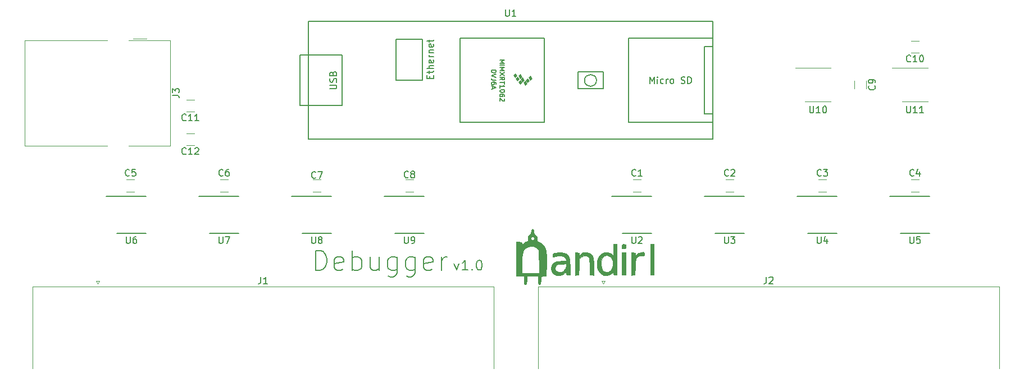
<source format=gbr>
G04 #@! TF.GenerationSoftware,KiCad,Pcbnew,5.1.5-52549c5~84~ubuntu18.04.1*
G04 #@! TF.CreationDate,2020-06-07T21:39:53-07:00*
G04 #@! TF.ProjectId,debugger,64656275-6767-4657-922e-6b696361645f,rev?*
G04 #@! TF.SameCoordinates,Original*
G04 #@! TF.FileFunction,Legend,Top*
G04 #@! TF.FilePolarity,Positive*
%FSLAX46Y46*%
G04 Gerber Fmt 4.6, Leading zero omitted, Abs format (unit mm)*
G04 Created by KiCad (PCBNEW 5.1.5-52549c5~84~ubuntu18.04.1) date 2020-06-07 21:39:53*
%MOMM*%
%LPD*%
G04 APERTURE LIST*
%ADD10C,0.150000*%
%ADD11C,0.200000*%
%ADD12C,0.010000*%
%ADD13C,0.100000*%
%ADD14C,0.120000*%
G04 APERTURE END LIST*
D10*
X145177142Y-121598571D02*
X145534285Y-122598571D01*
X145891428Y-121598571D01*
X147248571Y-122598571D02*
X146391428Y-122598571D01*
X146820000Y-122598571D02*
X146820000Y-121098571D01*
X146677142Y-121312857D01*
X146534285Y-121455714D01*
X146391428Y-121527142D01*
X147891428Y-122455714D02*
X147962857Y-122527142D01*
X147891428Y-122598571D01*
X147820000Y-122527142D01*
X147891428Y-122455714D01*
X147891428Y-122598571D01*
X148891428Y-121098571D02*
X149034285Y-121098571D01*
X149177142Y-121170000D01*
X149248571Y-121241428D01*
X149320000Y-121384285D01*
X149391428Y-121670000D01*
X149391428Y-122027142D01*
X149320000Y-122312857D01*
X149248571Y-122455714D01*
X149177142Y-122527142D01*
X149034285Y-122598571D01*
X148891428Y-122598571D01*
X148748571Y-122527142D01*
X148677142Y-122455714D01*
X148605714Y-122312857D01*
X148534285Y-122027142D01*
X148534285Y-121670000D01*
X148605714Y-121384285D01*
X148677142Y-121241428D01*
X148748571Y-121170000D01*
X148891428Y-121098571D01*
D11*
X124270714Y-122642142D02*
X124270714Y-119642142D01*
X124985000Y-119642142D01*
X125413571Y-119785000D01*
X125699285Y-120070714D01*
X125842142Y-120356428D01*
X125985000Y-120927857D01*
X125985000Y-121356428D01*
X125842142Y-121927857D01*
X125699285Y-122213571D01*
X125413571Y-122499285D01*
X124985000Y-122642142D01*
X124270714Y-122642142D01*
X128413571Y-122499285D02*
X128127857Y-122642142D01*
X127556428Y-122642142D01*
X127270714Y-122499285D01*
X127127857Y-122213571D01*
X127127857Y-121070714D01*
X127270714Y-120785000D01*
X127556428Y-120642142D01*
X128127857Y-120642142D01*
X128413571Y-120785000D01*
X128556428Y-121070714D01*
X128556428Y-121356428D01*
X127127857Y-121642142D01*
X129842142Y-122642142D02*
X129842142Y-119642142D01*
X129842142Y-120785000D02*
X130127857Y-120642142D01*
X130699285Y-120642142D01*
X130985000Y-120785000D01*
X131127857Y-120927857D01*
X131270714Y-121213571D01*
X131270714Y-122070714D01*
X131127857Y-122356428D01*
X130985000Y-122499285D01*
X130699285Y-122642142D01*
X130127857Y-122642142D01*
X129842142Y-122499285D01*
X133842142Y-120642142D02*
X133842142Y-122642142D01*
X132556428Y-120642142D02*
X132556428Y-122213571D01*
X132699285Y-122499285D01*
X132985000Y-122642142D01*
X133413571Y-122642142D01*
X133699285Y-122499285D01*
X133842142Y-122356428D01*
X136556428Y-120642142D02*
X136556428Y-123070714D01*
X136413571Y-123356428D01*
X136270714Y-123499285D01*
X135985000Y-123642142D01*
X135556428Y-123642142D01*
X135270714Y-123499285D01*
X136556428Y-122499285D02*
X136270714Y-122642142D01*
X135699285Y-122642142D01*
X135413571Y-122499285D01*
X135270714Y-122356428D01*
X135127857Y-122070714D01*
X135127857Y-121213571D01*
X135270714Y-120927857D01*
X135413571Y-120785000D01*
X135699285Y-120642142D01*
X136270714Y-120642142D01*
X136556428Y-120785000D01*
X139270714Y-120642142D02*
X139270714Y-123070714D01*
X139127857Y-123356428D01*
X138985000Y-123499285D01*
X138699285Y-123642142D01*
X138270714Y-123642142D01*
X137985000Y-123499285D01*
X139270714Y-122499285D02*
X138985000Y-122642142D01*
X138413571Y-122642142D01*
X138127857Y-122499285D01*
X137985000Y-122356428D01*
X137842142Y-122070714D01*
X137842142Y-121213571D01*
X137985000Y-120927857D01*
X138127857Y-120785000D01*
X138413571Y-120642142D01*
X138985000Y-120642142D01*
X139270714Y-120785000D01*
X141842142Y-122499285D02*
X141556428Y-122642142D01*
X140985000Y-122642142D01*
X140699285Y-122499285D01*
X140556428Y-122213571D01*
X140556428Y-121070714D01*
X140699285Y-120785000D01*
X140985000Y-120642142D01*
X141556428Y-120642142D01*
X141842142Y-120785000D01*
X141985000Y-121070714D01*
X141985000Y-121356428D01*
X140556428Y-121642142D01*
X143270714Y-122642142D02*
X143270714Y-120642142D01*
X143270714Y-121213571D02*
X143413571Y-120927857D01*
X143556428Y-120785000D01*
X143842142Y-120642142D01*
X144127857Y-120642142D01*
D12*
G36*
X170920065Y-118712919D02*
G01*
X171004383Y-118776224D01*
X171026004Y-118941401D01*
X171026667Y-119041333D01*
X171017696Y-119258169D01*
X170962304Y-119354533D01*
X170817774Y-119379243D01*
X170730334Y-119380000D01*
X170540602Y-119369747D01*
X170456284Y-119306442D01*
X170434663Y-119141266D01*
X170434000Y-119041333D01*
X170442971Y-118824497D01*
X170498363Y-118728134D01*
X170642893Y-118703424D01*
X170730334Y-118702667D01*
X170920065Y-118712919D01*
G37*
X170920065Y-118712919D02*
X171004383Y-118776224D01*
X171026004Y-118941401D01*
X171026667Y-119041333D01*
X171017696Y-119258169D01*
X170962304Y-119354533D01*
X170817774Y-119379243D01*
X170730334Y-119380000D01*
X170540602Y-119369747D01*
X170456284Y-119306442D01*
X170434663Y-119141266D01*
X170434000Y-119041333D01*
X170442971Y-118824497D01*
X170498363Y-118728134D01*
X170642893Y-118703424D01*
X170730334Y-118702667D01*
X170920065Y-118712919D01*
G36*
X175260000Y-123359333D02*
G01*
X174752000Y-123359333D01*
X174752000Y-118702667D01*
X175260000Y-118702667D01*
X175260000Y-123359333D01*
G37*
X175260000Y-123359333D02*
X174752000Y-123359333D01*
X174752000Y-118702667D01*
X175260000Y-118702667D01*
X175260000Y-123359333D01*
G36*
X173743559Y-119907145D02*
G01*
X173810458Y-119999644D01*
X173820667Y-120163167D01*
X173812872Y-120326283D01*
X173760276Y-120407443D01*
X173619060Y-120435260D01*
X173399258Y-120438333D01*
X173109299Y-120457678D01*
X172908952Y-120534092D01*
X172743091Y-120672861D01*
X172650558Y-120771351D01*
X172585024Y-120871719D01*
X172540497Y-121005088D01*
X172510986Y-121202580D01*
X172490499Y-121495316D01*
X172473045Y-121914418D01*
X172466000Y-122112195D01*
X172423667Y-123317000D01*
X172148500Y-123343531D01*
X171873334Y-123370062D01*
X171873334Y-119972667D01*
X172169667Y-119972667D01*
X172369456Y-119987802D01*
X172451342Y-120058951D01*
X172466000Y-120199092D01*
X172466000Y-120425517D01*
X172656500Y-120247065D01*
X173026867Y-120006839D01*
X173460861Y-119893187D01*
X173572179Y-119888000D01*
X173743559Y-119907145D01*
G37*
X173743559Y-119907145D02*
X173810458Y-119999644D01*
X173820667Y-120163167D01*
X173812872Y-120326283D01*
X173760276Y-120407443D01*
X173619060Y-120435260D01*
X173399258Y-120438333D01*
X173109299Y-120457678D01*
X172908952Y-120534092D01*
X172743091Y-120672861D01*
X172650558Y-120771351D01*
X172585024Y-120871719D01*
X172540497Y-121005088D01*
X172510986Y-121202580D01*
X172490499Y-121495316D01*
X172473045Y-121914418D01*
X172466000Y-122112195D01*
X172423667Y-123317000D01*
X172148500Y-123343531D01*
X171873334Y-123370062D01*
X171873334Y-119972667D01*
X172169667Y-119972667D01*
X172369456Y-119987802D01*
X172451342Y-120058951D01*
X172466000Y-120199092D01*
X172466000Y-120425517D01*
X172656500Y-120247065D01*
X173026867Y-120006839D01*
X173460861Y-119893187D01*
X173572179Y-119888000D01*
X173743559Y-119907145D01*
G36*
X171026667Y-123359333D02*
G01*
X170434000Y-123359333D01*
X170434000Y-119972667D01*
X171026667Y-119972667D01*
X171026667Y-123359333D01*
G37*
X171026667Y-123359333D02*
X170434000Y-123359333D01*
X170434000Y-119972667D01*
X171026667Y-119972667D01*
X171026667Y-123359333D01*
G36*
X165476997Y-119981191D02*
G01*
X165726462Y-120101741D01*
X165903874Y-120290813D01*
X166010167Y-120477440D01*
X166085231Y-120641224D01*
X166137663Y-120807492D01*
X166171442Y-121010394D01*
X166190547Y-121284080D01*
X166198956Y-121662700D01*
X166200667Y-122112638D01*
X166200667Y-123370062D01*
X165925500Y-123343531D01*
X165650334Y-123317000D01*
X165608000Y-122018099D01*
X165590518Y-121521183D01*
X165572554Y-121165333D01*
X165549427Y-120922333D01*
X165516460Y-120763967D01*
X165468972Y-120662019D01*
X165402284Y-120588274D01*
X165365787Y-120557599D01*
X165062951Y-120412280D01*
X164729064Y-120419454D01*
X164400266Y-120576183D01*
X164318169Y-120642762D01*
X164041667Y-120889524D01*
X163999334Y-122103262D01*
X163957000Y-123317000D01*
X163681834Y-123343531D01*
X163406667Y-123370062D01*
X163406667Y-119972667D01*
X163703000Y-119972667D01*
X163903061Y-119988118D01*
X163985019Y-120059234D01*
X163999334Y-120191859D01*
X163999334Y-120411052D01*
X164255826Y-120195228D01*
X164643836Y-119973345D01*
X165079510Y-119907018D01*
X165476997Y-119981191D01*
G37*
X165476997Y-119981191D02*
X165726462Y-120101741D01*
X165903874Y-120290813D01*
X166010167Y-120477440D01*
X166085231Y-120641224D01*
X166137663Y-120807492D01*
X166171442Y-121010394D01*
X166190547Y-121284080D01*
X166198956Y-121662700D01*
X166200667Y-122112638D01*
X166200667Y-123370062D01*
X165925500Y-123343531D01*
X165650334Y-123317000D01*
X165608000Y-122018099D01*
X165590518Y-121521183D01*
X165572554Y-121165333D01*
X165549427Y-120922333D01*
X165516460Y-120763967D01*
X165468972Y-120662019D01*
X165402284Y-120588274D01*
X165365787Y-120557599D01*
X165062951Y-120412280D01*
X164729064Y-120419454D01*
X164400266Y-120576183D01*
X164318169Y-120642762D01*
X164041667Y-120889524D01*
X163999334Y-122103262D01*
X163957000Y-123317000D01*
X163681834Y-123343531D01*
X163406667Y-123370062D01*
X163406667Y-119972667D01*
X163703000Y-119972667D01*
X163903061Y-119988118D01*
X163985019Y-120059234D01*
X163999334Y-120191859D01*
X163999334Y-120411052D01*
X164255826Y-120195228D01*
X164643836Y-119973345D01*
X165079510Y-119907018D01*
X165476997Y-119981191D01*
G36*
X169672000Y-123359333D02*
G01*
X169418000Y-123359333D01*
X169236715Y-123336796D01*
X169170302Y-123239874D01*
X169164000Y-123143358D01*
X169164000Y-122927382D01*
X168881139Y-123143131D01*
X168531605Y-123326312D01*
X168131606Y-123408847D01*
X167748405Y-123380990D01*
X167597667Y-123329060D01*
X167212914Y-123059688D01*
X166916472Y-122655703D01*
X166839708Y-122493064D01*
X166742337Y-122112761D01*
X166721404Y-121782587D01*
X167303178Y-121782587D01*
X167373954Y-122198921D01*
X167519705Y-122552825D01*
X167732223Y-122796287D01*
X167734562Y-122797935D01*
X168053609Y-122926332D01*
X168393499Y-122901623D01*
X168711878Y-122727799D01*
X168740026Y-122703167D01*
X168962339Y-122392939D01*
X169084814Y-121976560D01*
X169099150Y-121490338D01*
X169069098Y-121263833D01*
X168936072Y-120881470D01*
X168715357Y-120605486D01*
X168438251Y-120441746D01*
X168136051Y-120396114D01*
X167840054Y-120474457D01*
X167581558Y-120682639D01*
X167419390Y-120954679D01*
X167315586Y-121351835D01*
X167303178Y-121782587D01*
X166721404Y-121782587D01*
X166713240Y-121653826D01*
X166751177Y-121192036D01*
X166854911Y-120803167D01*
X166867812Y-120773497D01*
X167128228Y-120368020D01*
X167468898Y-120083632D01*
X167860226Y-119928650D01*
X168272619Y-119911390D01*
X168676480Y-120040170D01*
X168912028Y-120199032D01*
X169164000Y-120411052D01*
X169164000Y-118702667D01*
X169672000Y-118702667D01*
X169672000Y-123359333D01*
G37*
X169672000Y-123359333D02*
X169418000Y-123359333D01*
X169236715Y-123336796D01*
X169170302Y-123239874D01*
X169164000Y-123143358D01*
X169164000Y-122927382D01*
X168881139Y-123143131D01*
X168531605Y-123326312D01*
X168131606Y-123408847D01*
X167748405Y-123380990D01*
X167597667Y-123329060D01*
X167212914Y-123059688D01*
X166916472Y-122655703D01*
X166839708Y-122493064D01*
X166742337Y-122112761D01*
X166721404Y-121782587D01*
X167303178Y-121782587D01*
X167373954Y-122198921D01*
X167519705Y-122552825D01*
X167732223Y-122796287D01*
X167734562Y-122797935D01*
X168053609Y-122926332D01*
X168393499Y-122901623D01*
X168711878Y-122727799D01*
X168740026Y-122703167D01*
X168962339Y-122392939D01*
X169084814Y-121976560D01*
X169099150Y-121490338D01*
X169069098Y-121263833D01*
X168936072Y-120881470D01*
X168715357Y-120605486D01*
X168438251Y-120441746D01*
X168136051Y-120396114D01*
X167840054Y-120474457D01*
X167581558Y-120682639D01*
X167419390Y-120954679D01*
X167315586Y-121351835D01*
X167303178Y-121782587D01*
X166721404Y-121782587D01*
X166713240Y-121653826D01*
X166751177Y-121192036D01*
X166854911Y-120803167D01*
X166867812Y-120773497D01*
X167128228Y-120368020D01*
X167468898Y-120083632D01*
X167860226Y-119928650D01*
X168272619Y-119911390D01*
X168676480Y-120040170D01*
X168912028Y-120199032D01*
X169164000Y-120411052D01*
X169164000Y-118702667D01*
X169672000Y-118702667D01*
X169672000Y-123359333D01*
G36*
X161334957Y-119923670D02*
G01*
X161726084Y-119986323D01*
X162019583Y-120106164D01*
X162047019Y-120125237D01*
X162246478Y-120294839D01*
X162393457Y-120482423D01*
X162496549Y-120717187D01*
X162564347Y-121028330D01*
X162605443Y-121445049D01*
X162628431Y-121996541D01*
X162631266Y-122110500D01*
X162660198Y-123359333D01*
X162356099Y-123359333D01*
X162152950Y-123345119D01*
X162068292Y-123277615D01*
X162052000Y-123132908D01*
X162052000Y-122906483D01*
X161853891Y-123092597D01*
X161491064Y-123324221D01*
X161063148Y-123426248D01*
X160621891Y-123391649D01*
X160358667Y-123295702D01*
X160054113Y-123061031D01*
X159865738Y-122745281D01*
X159792624Y-122386904D01*
X159814918Y-122190847D01*
X160372217Y-122190847D01*
X160373912Y-122451186D01*
X160493551Y-122674764D01*
X160705537Y-122839141D01*
X160984274Y-122921878D01*
X161304163Y-122900536D01*
X161536788Y-122812729D01*
X161766348Y-122614758D01*
X161948071Y-122315134D01*
X162044954Y-121981194D01*
X162052000Y-121875159D01*
X162052000Y-121644243D01*
X161360731Y-121684260D01*
X161002376Y-121711483D01*
X160770940Y-121750425D01*
X160624011Y-121812702D01*
X160519175Y-121909935D01*
X160514064Y-121916185D01*
X160372217Y-122190847D01*
X159814918Y-122190847D01*
X159833851Y-122024352D01*
X159988501Y-121696078D01*
X160255654Y-121440533D01*
X160404866Y-121362595D01*
X160651042Y-121298916D01*
X161005576Y-121256490D01*
X161371947Y-121242667D01*
X161710667Y-121238974D01*
X161913972Y-121222432D01*
X162015715Y-121184848D01*
X162049751Y-121118025D01*
X162052000Y-121078054D01*
X161998930Y-120904328D01*
X161869662Y-120701935D01*
X161854679Y-120684043D01*
X161604466Y-120509384D01*
X161254932Y-120414723D01*
X160859183Y-120406305D01*
X160470327Y-120490376D01*
X160409328Y-120514064D01*
X160172421Y-120610312D01*
X160055874Y-120631084D01*
X160022295Y-120562443D01*
X160034286Y-120390448D01*
X160035802Y-120374833D01*
X160066722Y-120208012D01*
X160148447Y-120107087D01*
X160325927Y-120033567D01*
X160485667Y-119989555D01*
X160902665Y-119923112D01*
X161334957Y-119923670D01*
G37*
X161334957Y-119923670D02*
X161726084Y-119986323D01*
X162019583Y-120106164D01*
X162047019Y-120125237D01*
X162246478Y-120294839D01*
X162393457Y-120482423D01*
X162496549Y-120717187D01*
X162564347Y-121028330D01*
X162605443Y-121445049D01*
X162628431Y-121996541D01*
X162631266Y-122110500D01*
X162660198Y-123359333D01*
X162356099Y-123359333D01*
X162152950Y-123345119D01*
X162068292Y-123277615D01*
X162052000Y-123132908D01*
X162052000Y-122906483D01*
X161853891Y-123092597D01*
X161491064Y-123324221D01*
X161063148Y-123426248D01*
X160621891Y-123391649D01*
X160358667Y-123295702D01*
X160054113Y-123061031D01*
X159865738Y-122745281D01*
X159792624Y-122386904D01*
X159814918Y-122190847D01*
X160372217Y-122190847D01*
X160373912Y-122451186D01*
X160493551Y-122674764D01*
X160705537Y-122839141D01*
X160984274Y-122921878D01*
X161304163Y-122900536D01*
X161536788Y-122812729D01*
X161766348Y-122614758D01*
X161948071Y-122315134D01*
X162044954Y-121981194D01*
X162052000Y-121875159D01*
X162052000Y-121644243D01*
X161360731Y-121684260D01*
X161002376Y-121711483D01*
X160770940Y-121750425D01*
X160624011Y-121812702D01*
X160519175Y-121909935D01*
X160514064Y-121916185D01*
X160372217Y-122190847D01*
X159814918Y-122190847D01*
X159833851Y-122024352D01*
X159988501Y-121696078D01*
X160255654Y-121440533D01*
X160404866Y-121362595D01*
X160651042Y-121298916D01*
X161005576Y-121256490D01*
X161371947Y-121242667D01*
X161710667Y-121238974D01*
X161913972Y-121222432D01*
X162015715Y-121184848D01*
X162049751Y-121118025D01*
X162052000Y-121078054D01*
X161998930Y-120904328D01*
X161869662Y-120701935D01*
X161854679Y-120684043D01*
X161604466Y-120509384D01*
X161254932Y-120414723D01*
X160859183Y-120406305D01*
X160470327Y-120490376D01*
X160409328Y-120514064D01*
X160172421Y-120610312D01*
X160055874Y-120631084D01*
X160022295Y-120562443D01*
X160034286Y-120390448D01*
X160035802Y-120374833D01*
X160066722Y-120208012D01*
X160148447Y-120107087D01*
X160325927Y-120033567D01*
X160485667Y-119989555D01*
X160902665Y-119923112D01*
X161334957Y-119923670D01*
G36*
X157087446Y-116448745D02*
G01*
X157134996Y-116574942D01*
X157141334Y-116721364D01*
X157183695Y-116981069D01*
X157335520Y-117203866D01*
X157404231Y-117271645D01*
X157575858Y-117460332D01*
X157639969Y-117640943D01*
X157635223Y-117851803D01*
X157627038Y-118069913D01*
X157683851Y-118195535D01*
X157845761Y-118294937D01*
X157925636Y-118331724D01*
X158307664Y-118580836D01*
X158651884Y-118945339D01*
X158910058Y-119371611D01*
X158952223Y-119472829D01*
X159000358Y-119624176D01*
X159035535Y-119804940D01*
X159059117Y-120040531D01*
X159072470Y-120356354D01*
X159076958Y-120777820D01*
X159073947Y-121330336D01*
X159070026Y-121666000D01*
X159046334Y-123486333D01*
X158647785Y-123511991D01*
X158249237Y-123537649D01*
X158224452Y-124146991D01*
X158206721Y-124464463D01*
X158178216Y-124648129D01*
X158127619Y-124733515D01*
X158043612Y-124756147D01*
X158030334Y-124756333D01*
X157941673Y-124739115D01*
X157887603Y-124663855D01*
X157856921Y-124495139D01*
X157838424Y-124197559D01*
X157836124Y-124142500D01*
X157811248Y-123528667D01*
X156132752Y-123528667D01*
X156107876Y-124141602D01*
X156085475Y-124478566D01*
X156047114Y-124676850D01*
X155985349Y-124766894D01*
X155951872Y-124779529D01*
X155801322Y-124768846D01*
X155761372Y-124745149D01*
X155731491Y-124636128D01*
X155710166Y-124407295D01*
X155702000Y-124108127D01*
X155702000Y-123528667D01*
X154516667Y-123528667D01*
X154516667Y-123105333D01*
X155344451Y-123105333D01*
X157997684Y-123105333D01*
X157971675Y-121375610D01*
X157961699Y-120787000D01*
X157950189Y-120342925D01*
X157934587Y-120018594D01*
X157912337Y-119789210D01*
X157880881Y-119629980D01*
X157837663Y-119516111D01*
X157780126Y-119422808D01*
X157768664Y-119407110D01*
X157477338Y-119142670D01*
X157115577Y-119004889D01*
X156718566Y-118988067D01*
X156321487Y-119086505D01*
X155959523Y-119294504D01*
X155667858Y-119606363D01*
X155577164Y-119762117D01*
X155514686Y-119909552D01*
X155468034Y-120082569D01*
X155434081Y-120309952D01*
X155409700Y-120620483D01*
X155391763Y-121042945D01*
X155377223Y-121602500D01*
X155344451Y-123105333D01*
X154516667Y-123105333D01*
X154516667Y-118364000D01*
X154940000Y-118364000D01*
X155193917Y-118372915D01*
X155320555Y-118410756D01*
X155361522Y-118494167D01*
X155363334Y-118533333D01*
X155404098Y-118679933D01*
X155510271Y-118677329D01*
X155606479Y-118588745D01*
X155741547Y-118482215D01*
X155959013Y-118359760D01*
X156020855Y-118330600D01*
X156223516Y-118225850D01*
X156308376Y-118114980D01*
X156315680Y-117931069D01*
X156308778Y-117851803D01*
X156308529Y-117761758D01*
X156731759Y-117761758D01*
X156764596Y-117958974D01*
X156890793Y-118088815D01*
X156972000Y-118107407D01*
X157071812Y-118068060D01*
X157127575Y-118035628D01*
X157204940Y-117904554D01*
X157212241Y-117761758D01*
X157142513Y-117603001D01*
X156972000Y-117559667D01*
X156799338Y-117604809D01*
X156731759Y-117761758D01*
X156308529Y-117761758D01*
X156308111Y-117611106D01*
X156386147Y-117434700D01*
X156539769Y-117271645D01*
X156729704Y-117045123D01*
X156799567Y-116803896D01*
X156802667Y-116721364D01*
X156820494Y-116513631D01*
X156890627Y-116428070D01*
X156972000Y-116416667D01*
X157087446Y-116448745D01*
G37*
X157087446Y-116448745D02*
X157134996Y-116574942D01*
X157141334Y-116721364D01*
X157183695Y-116981069D01*
X157335520Y-117203866D01*
X157404231Y-117271645D01*
X157575858Y-117460332D01*
X157639969Y-117640943D01*
X157635223Y-117851803D01*
X157627038Y-118069913D01*
X157683851Y-118195535D01*
X157845761Y-118294937D01*
X157925636Y-118331724D01*
X158307664Y-118580836D01*
X158651884Y-118945339D01*
X158910058Y-119371611D01*
X158952223Y-119472829D01*
X159000358Y-119624176D01*
X159035535Y-119804940D01*
X159059117Y-120040531D01*
X159072470Y-120356354D01*
X159076958Y-120777820D01*
X159073947Y-121330336D01*
X159070026Y-121666000D01*
X159046334Y-123486333D01*
X158647785Y-123511991D01*
X158249237Y-123537649D01*
X158224452Y-124146991D01*
X158206721Y-124464463D01*
X158178216Y-124648129D01*
X158127619Y-124733515D01*
X158043612Y-124756147D01*
X158030334Y-124756333D01*
X157941673Y-124739115D01*
X157887603Y-124663855D01*
X157856921Y-124495139D01*
X157838424Y-124197559D01*
X157836124Y-124142500D01*
X157811248Y-123528667D01*
X156132752Y-123528667D01*
X156107876Y-124141602D01*
X156085475Y-124478566D01*
X156047114Y-124676850D01*
X155985349Y-124766894D01*
X155951872Y-124779529D01*
X155801322Y-124768846D01*
X155761372Y-124745149D01*
X155731491Y-124636128D01*
X155710166Y-124407295D01*
X155702000Y-124108127D01*
X155702000Y-123528667D01*
X154516667Y-123528667D01*
X154516667Y-123105333D01*
X155344451Y-123105333D01*
X157997684Y-123105333D01*
X157971675Y-121375610D01*
X157961699Y-120787000D01*
X157950189Y-120342925D01*
X157934587Y-120018594D01*
X157912337Y-119789210D01*
X157880881Y-119629980D01*
X157837663Y-119516111D01*
X157780126Y-119422808D01*
X157768664Y-119407110D01*
X157477338Y-119142670D01*
X157115577Y-119004889D01*
X156718566Y-118988067D01*
X156321487Y-119086505D01*
X155959523Y-119294504D01*
X155667858Y-119606363D01*
X155577164Y-119762117D01*
X155514686Y-119909552D01*
X155468034Y-120082569D01*
X155434081Y-120309952D01*
X155409700Y-120620483D01*
X155391763Y-121042945D01*
X155377223Y-121602500D01*
X155344451Y-123105333D01*
X154516667Y-123105333D01*
X154516667Y-118364000D01*
X154940000Y-118364000D01*
X155193917Y-118372915D01*
X155320555Y-118410756D01*
X155361522Y-118494167D01*
X155363334Y-118533333D01*
X155404098Y-118679933D01*
X155510271Y-118677329D01*
X155606479Y-118588745D01*
X155741547Y-118482215D01*
X155959013Y-118359760D01*
X156020855Y-118330600D01*
X156223516Y-118225850D01*
X156308376Y-118114980D01*
X156315680Y-117931069D01*
X156308778Y-117851803D01*
X156308529Y-117761758D01*
X156731759Y-117761758D01*
X156764596Y-117958974D01*
X156890793Y-118088815D01*
X156972000Y-118107407D01*
X157071812Y-118068060D01*
X157127575Y-118035628D01*
X157204940Y-117904554D01*
X157212241Y-117761758D01*
X157142513Y-117603001D01*
X156972000Y-117559667D01*
X156799338Y-117604809D01*
X156731759Y-117761758D01*
X156308529Y-117761758D01*
X156308111Y-117611106D01*
X156386147Y-117434700D01*
X156539769Y-117271645D01*
X156729704Y-117045123D01*
X156799567Y-116803896D01*
X156802667Y-116721364D01*
X156820494Y-116513631D01*
X156890627Y-116428070D01*
X156972000Y-116416667D01*
X157087446Y-116448745D01*
D13*
G36*
X156867000Y-93673000D02*
G01*
X156613000Y-93927000D01*
X156359000Y-93546000D01*
X156613000Y-93292000D01*
X156867000Y-93673000D01*
G37*
X156867000Y-93673000D02*
X156613000Y-93927000D01*
X156359000Y-93546000D01*
X156613000Y-93292000D01*
X156867000Y-93673000D01*
G36*
X156486000Y-94054000D02*
G01*
X156232000Y-94308000D01*
X155978000Y-93927000D01*
X156232000Y-93673000D01*
X156486000Y-94054000D01*
G37*
X156486000Y-94054000D02*
X156232000Y-94308000D01*
X155978000Y-93927000D01*
X156232000Y-93673000D01*
X156486000Y-94054000D01*
G36*
X154581000Y-93292000D02*
G01*
X154327000Y-93546000D01*
X154073000Y-93165000D01*
X154327000Y-92911000D01*
X154581000Y-93292000D01*
G37*
X154581000Y-93292000D02*
X154327000Y-93546000D01*
X154073000Y-93165000D01*
X154327000Y-92911000D01*
X154581000Y-93292000D01*
G36*
X154962000Y-93800000D02*
G01*
X154708000Y-94054000D01*
X154454000Y-93673000D01*
X154708000Y-93419000D01*
X154962000Y-93800000D01*
G37*
X154962000Y-93800000D02*
X154708000Y-94054000D01*
X154454000Y-93673000D01*
X154708000Y-93419000D01*
X154962000Y-93800000D01*
G36*
X155343000Y-94308000D02*
G01*
X155089000Y-94562000D01*
X154835000Y-94181000D01*
X155089000Y-93927000D01*
X155343000Y-94308000D01*
G37*
X155343000Y-94308000D02*
X155089000Y-94562000D01*
X154835000Y-94181000D01*
X155089000Y-93927000D01*
X155343000Y-94308000D01*
G36*
X155343000Y-93419000D02*
G01*
X155089000Y-93673000D01*
X154835000Y-93292000D01*
X155089000Y-93038000D01*
X155343000Y-93419000D01*
G37*
X155343000Y-93419000D02*
X155089000Y-93673000D01*
X154835000Y-93292000D01*
X155089000Y-93038000D01*
X155343000Y-93419000D01*
G36*
X155724000Y-93927000D02*
G01*
X155470000Y-94181000D01*
X155216000Y-93800000D01*
X155470000Y-93546000D01*
X155724000Y-93927000D01*
G37*
X155724000Y-93927000D02*
X155470000Y-94181000D01*
X155216000Y-93800000D01*
X155470000Y-93546000D01*
X155724000Y-93927000D01*
G36*
X156105000Y-94435000D02*
G01*
X155851000Y-94689000D01*
X155597000Y-94308000D01*
X155851000Y-94054000D01*
X156105000Y-94435000D01*
G37*
X156105000Y-94435000D02*
X155851000Y-94689000D01*
X155597000Y-94308000D01*
X155851000Y-94054000D01*
X156105000Y-94435000D01*
D10*
X123190000Y-102870000D02*
X123190000Y-85090000D01*
X184150000Y-102870000D02*
X123190000Y-102870000D01*
X184150000Y-85090000D02*
X184150000Y-102870000D01*
X123190000Y-85090000D02*
X184150000Y-85090000D01*
X128270000Y-97790000D02*
X123190000Y-97790000D01*
X128270000Y-90170000D02*
X123190000Y-90170000D01*
X128270000Y-97790000D02*
X128270000Y-90170000D01*
X121920000Y-90170000D02*
X123190000Y-90170000D01*
X121920000Y-97790000D02*
X121920000Y-90170000D01*
X123190000Y-97790000D02*
X121920000Y-97790000D01*
X184150000Y-87630000D02*
X171450000Y-87630000D01*
X171450000Y-87630000D02*
X171450000Y-100330000D01*
X171450000Y-100330000D02*
X184150000Y-100330000D01*
X184150000Y-88900000D02*
X182880000Y-88900000D01*
X182880000Y-88900000D02*
X182880000Y-99060000D01*
X182880000Y-99060000D02*
X184150000Y-99060000D01*
X167640000Y-92710000D02*
X167640000Y-95250000D01*
X167640000Y-95250000D02*
X163830000Y-95250000D01*
X163830000Y-95250000D02*
X163830000Y-92710000D01*
X163830000Y-92710000D02*
X167640000Y-92710000D01*
X136420000Y-87980000D02*
X136420000Y-93980000D01*
X136420000Y-93980000D02*
X140420000Y-93980000D01*
X140420000Y-93980000D02*
X140420000Y-87730000D01*
X140420000Y-87730000D02*
X136420000Y-87730000D01*
X136420000Y-87730000D02*
X136420000Y-87980000D01*
X146050000Y-100330000D02*
X158750000Y-100330000D01*
X158750000Y-100330000D02*
X158750000Y-87630000D01*
X158750000Y-87630000D02*
X146050000Y-87630000D01*
X146050000Y-87630000D02*
X146050000Y-100330000D01*
X166633026Y-93980000D02*
G75*
G03X166633026Y-93980000I-898026J0D01*
G01*
D14*
X98790000Y-87710000D02*
X96790000Y-87710000D01*
X80460000Y-87910000D02*
X92900000Y-87910000D01*
X80460000Y-103860000D02*
X80460000Y-87910000D01*
X92900000Y-103860000D02*
X80460000Y-103860000D01*
X102380000Y-103860000D02*
X96100000Y-103860000D01*
X102380000Y-87910000D02*
X102380000Y-103860000D01*
X96100000Y-87910000D02*
X102380000Y-87910000D01*
X106012064Y-101960000D02*
X104807936Y-101960000D01*
X106012064Y-103780000D02*
X104807936Y-103780000D01*
X106012064Y-96880000D02*
X104807936Y-96880000D01*
X106012064Y-98700000D02*
X104807936Y-98700000D01*
D10*
X106715000Y-111500000D02*
X112690000Y-111500000D01*
X108290000Y-117025000D02*
X112690000Y-117025000D01*
X168945000Y-111500000D02*
X174920000Y-111500000D01*
X170520000Y-117025000D02*
X174920000Y-117025000D01*
X182915000Y-111500000D02*
X188890000Y-111500000D01*
X184490000Y-117025000D02*
X188890000Y-117025000D01*
D14*
X214630000Y-92055000D02*
X211180000Y-92055000D01*
X214630000Y-92055000D02*
X216580000Y-92055000D01*
X214630000Y-97175000D02*
X212680000Y-97175000D01*
X214630000Y-97175000D02*
X216580000Y-97175000D01*
X200025000Y-92055000D02*
X196575000Y-92055000D01*
X200025000Y-92055000D02*
X201975000Y-92055000D01*
X200025000Y-97175000D02*
X198075000Y-97175000D01*
X200025000Y-97175000D02*
X201975000Y-97175000D01*
X215232064Y-87990000D02*
X214027936Y-87990000D01*
X215232064Y-89810000D02*
X214027936Y-89810000D01*
X205465000Y-94012936D02*
X205465000Y-95217064D01*
X207285000Y-94012936D02*
X207285000Y-95217064D01*
D10*
X134655000Y-111500000D02*
X140630000Y-111500000D01*
X136230000Y-117025000D02*
X140630000Y-117025000D01*
X120685000Y-111500000D02*
X126660000Y-111500000D01*
X122260000Y-117025000D02*
X126660000Y-117025000D01*
X92745000Y-111500000D02*
X98720000Y-111500000D01*
X94320000Y-117025000D02*
X98720000Y-117025000D01*
X210855000Y-111500000D02*
X216830000Y-111500000D01*
X212430000Y-117025000D02*
X216830000Y-117025000D01*
X196885000Y-111500000D02*
X202860000Y-111500000D01*
X198460000Y-117025000D02*
X202860000Y-117025000D01*
D14*
X139032064Y-108945000D02*
X137827936Y-108945000D01*
X139032064Y-110765000D02*
X137827936Y-110765000D01*
X125062064Y-108945000D02*
X123857936Y-108945000D01*
X125062064Y-110765000D02*
X123857936Y-110765000D01*
X111092064Y-108945000D02*
X109887936Y-108945000D01*
X111092064Y-110765000D02*
X109887936Y-110765000D01*
X96992064Y-108945000D02*
X95787936Y-108945000D01*
X96992064Y-110765000D02*
X95787936Y-110765000D01*
X215232064Y-108945000D02*
X214027936Y-108945000D01*
X215232064Y-110765000D02*
X214027936Y-110765000D01*
X201262064Y-108945000D02*
X200057936Y-108945000D01*
X201262064Y-110765000D02*
X200057936Y-110765000D01*
X187292064Y-108945000D02*
X186087936Y-108945000D01*
X187292064Y-110765000D02*
X186087936Y-110765000D01*
X173322064Y-108945000D02*
X172117936Y-108945000D01*
X173322064Y-110765000D02*
X172117936Y-110765000D01*
X91440000Y-124678675D02*
X91190000Y-124245662D01*
X91690000Y-124245662D02*
X91440000Y-124678675D01*
X91190000Y-124245662D02*
X91690000Y-124245662D01*
X151130000Y-125140000D02*
X151130000Y-137480000D01*
X81610000Y-125140000D02*
X151130000Y-125140000D01*
X81610000Y-137480000D02*
X81610000Y-125140000D01*
X167640000Y-124678675D02*
X167390000Y-124245662D01*
X167890000Y-124245662D02*
X167640000Y-124678675D01*
X167390000Y-124245662D02*
X167890000Y-124245662D01*
X227330000Y-125140000D02*
X227330000Y-137480000D01*
X157810000Y-125140000D02*
X227330000Y-125140000D01*
X157810000Y-137480000D02*
X157810000Y-125140000D01*
D10*
X152908095Y-83272380D02*
X152908095Y-84081904D01*
X152955714Y-84177142D01*
X153003333Y-84224761D01*
X153098571Y-84272380D01*
X153289047Y-84272380D01*
X153384285Y-84224761D01*
X153431904Y-84177142D01*
X153479523Y-84081904D01*
X153479523Y-83272380D01*
X154479523Y-84272380D02*
X153908095Y-84272380D01*
X154193809Y-84272380D02*
X154193809Y-83272380D01*
X154098571Y-83415238D01*
X154003333Y-83510476D01*
X153908095Y-83558095D01*
X150813333Y-92416666D02*
X151513333Y-92416666D01*
X151513333Y-92583333D01*
X151480000Y-92683333D01*
X151413333Y-92750000D01*
X151346666Y-92783333D01*
X151213333Y-92816666D01*
X151113333Y-92816666D01*
X150980000Y-92783333D01*
X150913333Y-92750000D01*
X150846666Y-92683333D01*
X150813333Y-92583333D01*
X150813333Y-92416666D01*
X151513333Y-93016666D02*
X150813333Y-93250000D01*
X151513333Y-93483333D01*
X151513333Y-93916666D02*
X151013333Y-93916666D01*
X150913333Y-93883333D01*
X150846666Y-93816666D01*
X150813333Y-93716666D01*
X150813333Y-93650000D01*
X151513333Y-94550000D02*
X151513333Y-94416666D01*
X151480000Y-94350000D01*
X151446666Y-94316666D01*
X151346666Y-94250000D01*
X151213333Y-94216666D01*
X150946666Y-94216666D01*
X150880000Y-94250000D01*
X150846666Y-94283333D01*
X150813333Y-94350000D01*
X150813333Y-94483333D01*
X150846666Y-94550000D01*
X150880000Y-94583333D01*
X150946666Y-94616666D01*
X151113333Y-94616666D01*
X151180000Y-94583333D01*
X151213333Y-94550000D01*
X151246666Y-94483333D01*
X151246666Y-94350000D01*
X151213333Y-94283333D01*
X151180000Y-94250000D01*
X151113333Y-94216666D01*
X151013333Y-94883333D02*
X151013333Y-95216666D01*
X150813333Y-94816666D02*
X151513333Y-95050000D01*
X150813333Y-95283333D01*
X152083333Y-90896666D02*
X152783333Y-90896666D01*
X152283333Y-91130000D01*
X152783333Y-91363333D01*
X152083333Y-91363333D01*
X152083333Y-91696666D02*
X152783333Y-91696666D01*
X152083333Y-92030000D02*
X152783333Y-92030000D01*
X152283333Y-92263333D01*
X152783333Y-92496666D01*
X152083333Y-92496666D01*
X152783333Y-92763333D02*
X152083333Y-93230000D01*
X152783333Y-93230000D02*
X152083333Y-92763333D01*
X152083333Y-93896666D02*
X152416666Y-93663333D01*
X152083333Y-93496666D02*
X152783333Y-93496666D01*
X152783333Y-93763333D01*
X152750000Y-93830000D01*
X152716666Y-93863333D01*
X152650000Y-93896666D01*
X152550000Y-93896666D01*
X152483333Y-93863333D01*
X152450000Y-93830000D01*
X152416666Y-93763333D01*
X152416666Y-93496666D01*
X152783333Y-94096666D02*
X152783333Y-94496666D01*
X152083333Y-94296666D02*
X152783333Y-94296666D01*
X152083333Y-95096666D02*
X152083333Y-94696666D01*
X152083333Y-94896666D02*
X152783333Y-94896666D01*
X152683333Y-94830000D01*
X152616666Y-94763333D01*
X152583333Y-94696666D01*
X152783333Y-95530000D02*
X152783333Y-95596666D01*
X152750000Y-95663333D01*
X152716666Y-95696666D01*
X152650000Y-95730000D01*
X152516666Y-95763333D01*
X152350000Y-95763333D01*
X152216666Y-95730000D01*
X152150000Y-95696666D01*
X152116666Y-95663333D01*
X152083333Y-95596666D01*
X152083333Y-95530000D01*
X152116666Y-95463333D01*
X152150000Y-95430000D01*
X152216666Y-95396666D01*
X152350000Y-95363333D01*
X152516666Y-95363333D01*
X152650000Y-95396666D01*
X152716666Y-95430000D01*
X152750000Y-95463333D01*
X152783333Y-95530000D01*
X152783333Y-96363333D02*
X152783333Y-96230000D01*
X152750000Y-96163333D01*
X152716666Y-96130000D01*
X152616666Y-96063333D01*
X152483333Y-96030000D01*
X152216666Y-96030000D01*
X152150000Y-96063333D01*
X152116666Y-96096666D01*
X152083333Y-96163333D01*
X152083333Y-96296666D01*
X152116666Y-96363333D01*
X152150000Y-96396666D01*
X152216666Y-96430000D01*
X152383333Y-96430000D01*
X152450000Y-96396666D01*
X152483333Y-96363333D01*
X152516666Y-96296666D01*
X152516666Y-96163333D01*
X152483333Y-96096666D01*
X152450000Y-96063333D01*
X152383333Y-96030000D01*
X152716666Y-96696666D02*
X152750000Y-96730000D01*
X152783333Y-96796666D01*
X152783333Y-96963333D01*
X152750000Y-97030000D01*
X152716666Y-97063333D01*
X152650000Y-97096666D01*
X152583333Y-97096666D01*
X152483333Y-97063333D01*
X152083333Y-96663333D01*
X152083333Y-97096666D01*
X174680952Y-94432380D02*
X174680952Y-93432380D01*
X175014285Y-94146666D01*
X175347619Y-93432380D01*
X175347619Y-94432380D01*
X175823809Y-94432380D02*
X175823809Y-93765714D01*
X175823809Y-93432380D02*
X175776190Y-93480000D01*
X175823809Y-93527619D01*
X175871428Y-93480000D01*
X175823809Y-93432380D01*
X175823809Y-93527619D01*
X176728571Y-94384761D02*
X176633333Y-94432380D01*
X176442857Y-94432380D01*
X176347619Y-94384761D01*
X176300000Y-94337142D01*
X176252380Y-94241904D01*
X176252380Y-93956190D01*
X176300000Y-93860952D01*
X176347619Y-93813333D01*
X176442857Y-93765714D01*
X176633333Y-93765714D01*
X176728571Y-93813333D01*
X177157142Y-94432380D02*
X177157142Y-93765714D01*
X177157142Y-93956190D02*
X177204761Y-93860952D01*
X177252380Y-93813333D01*
X177347619Y-93765714D01*
X177442857Y-93765714D01*
X177919047Y-94432380D02*
X177823809Y-94384761D01*
X177776190Y-94337142D01*
X177728571Y-94241904D01*
X177728571Y-93956190D01*
X177776190Y-93860952D01*
X177823809Y-93813333D01*
X177919047Y-93765714D01*
X178061904Y-93765714D01*
X178157142Y-93813333D01*
X178204761Y-93860952D01*
X178252380Y-93956190D01*
X178252380Y-94241904D01*
X178204761Y-94337142D01*
X178157142Y-94384761D01*
X178061904Y-94432380D01*
X177919047Y-94432380D01*
X179395238Y-94384761D02*
X179538095Y-94432380D01*
X179776190Y-94432380D01*
X179871428Y-94384761D01*
X179919047Y-94337142D01*
X179966666Y-94241904D01*
X179966666Y-94146666D01*
X179919047Y-94051428D01*
X179871428Y-94003809D01*
X179776190Y-93956190D01*
X179585714Y-93908571D01*
X179490476Y-93860952D01*
X179442857Y-93813333D01*
X179395238Y-93718095D01*
X179395238Y-93622857D01*
X179442857Y-93527619D01*
X179490476Y-93480000D01*
X179585714Y-93432380D01*
X179823809Y-93432380D01*
X179966666Y-93480000D01*
X180395238Y-94432380D02*
X180395238Y-93432380D01*
X180633333Y-93432380D01*
X180776190Y-93480000D01*
X180871428Y-93575238D01*
X180919047Y-93670476D01*
X180966666Y-93860952D01*
X180966666Y-94003809D01*
X180919047Y-94194285D01*
X180871428Y-94289523D01*
X180776190Y-94384761D01*
X180633333Y-94432380D01*
X180395238Y-94432380D01*
X126452380Y-95241904D02*
X127261904Y-95241904D01*
X127357142Y-95194285D01*
X127404761Y-95146666D01*
X127452380Y-95051428D01*
X127452380Y-94860952D01*
X127404761Y-94765714D01*
X127357142Y-94718095D01*
X127261904Y-94670476D01*
X126452380Y-94670476D01*
X127404761Y-94241904D02*
X127452380Y-94099047D01*
X127452380Y-93860952D01*
X127404761Y-93765714D01*
X127357142Y-93718095D01*
X127261904Y-93670476D01*
X127166666Y-93670476D01*
X127071428Y-93718095D01*
X127023809Y-93765714D01*
X126976190Y-93860952D01*
X126928571Y-94051428D01*
X126880952Y-94146666D01*
X126833333Y-94194285D01*
X126738095Y-94241904D01*
X126642857Y-94241904D01*
X126547619Y-94194285D01*
X126500000Y-94146666D01*
X126452380Y-94051428D01*
X126452380Y-93813333D01*
X126500000Y-93670476D01*
X126928571Y-92908571D02*
X126976190Y-92765714D01*
X127023809Y-92718095D01*
X127119047Y-92670476D01*
X127261904Y-92670476D01*
X127357142Y-92718095D01*
X127404761Y-92765714D01*
X127452380Y-92860952D01*
X127452380Y-93241904D01*
X126452380Y-93241904D01*
X126452380Y-92908571D01*
X126500000Y-92813333D01*
X126547619Y-92765714D01*
X126642857Y-92718095D01*
X126738095Y-92718095D01*
X126833333Y-92765714D01*
X126880952Y-92813333D01*
X126928571Y-92908571D01*
X126928571Y-93241904D01*
X141533571Y-93662142D02*
X141533571Y-93328809D01*
X142057380Y-93185952D02*
X142057380Y-93662142D01*
X141057380Y-93662142D01*
X141057380Y-93185952D01*
X141390714Y-92900238D02*
X141390714Y-92519285D01*
X141057380Y-92757380D02*
X141914523Y-92757380D01*
X142009761Y-92709761D01*
X142057380Y-92614523D01*
X142057380Y-92519285D01*
X142057380Y-92185952D02*
X141057380Y-92185952D01*
X142057380Y-91757380D02*
X141533571Y-91757380D01*
X141438333Y-91805000D01*
X141390714Y-91900238D01*
X141390714Y-92043095D01*
X141438333Y-92138333D01*
X141485952Y-92185952D01*
X142009761Y-90900238D02*
X142057380Y-90995476D01*
X142057380Y-91185952D01*
X142009761Y-91281190D01*
X141914523Y-91328809D01*
X141533571Y-91328809D01*
X141438333Y-91281190D01*
X141390714Y-91185952D01*
X141390714Y-90995476D01*
X141438333Y-90900238D01*
X141533571Y-90852619D01*
X141628809Y-90852619D01*
X141724047Y-91328809D01*
X142057380Y-90424047D02*
X141390714Y-90424047D01*
X141581190Y-90424047D02*
X141485952Y-90376428D01*
X141438333Y-90328809D01*
X141390714Y-90233571D01*
X141390714Y-90138333D01*
X141390714Y-89805000D02*
X142057380Y-89805000D01*
X141485952Y-89805000D02*
X141438333Y-89757380D01*
X141390714Y-89662142D01*
X141390714Y-89519285D01*
X141438333Y-89424047D01*
X141533571Y-89376428D01*
X142057380Y-89376428D01*
X142009761Y-88519285D02*
X142057380Y-88614523D01*
X142057380Y-88805000D01*
X142009761Y-88900238D01*
X141914523Y-88947857D01*
X141533571Y-88947857D01*
X141438333Y-88900238D01*
X141390714Y-88805000D01*
X141390714Y-88614523D01*
X141438333Y-88519285D01*
X141533571Y-88471666D01*
X141628809Y-88471666D01*
X141724047Y-88947857D01*
X141390714Y-88185952D02*
X141390714Y-87805000D01*
X141057380Y-88043095D02*
X141914523Y-88043095D01*
X142009761Y-87995476D01*
X142057380Y-87900238D01*
X142057380Y-87805000D01*
X102732380Y-96218333D02*
X103446666Y-96218333D01*
X103589523Y-96265952D01*
X103684761Y-96361190D01*
X103732380Y-96504047D01*
X103732380Y-96599285D01*
X102732380Y-95837380D02*
X102732380Y-95218333D01*
X103113333Y-95551666D01*
X103113333Y-95408809D01*
X103160952Y-95313571D01*
X103208571Y-95265952D01*
X103303809Y-95218333D01*
X103541904Y-95218333D01*
X103637142Y-95265952D01*
X103684761Y-95313571D01*
X103732380Y-95408809D01*
X103732380Y-95694523D01*
X103684761Y-95789761D01*
X103637142Y-95837380D01*
X104767142Y-105047142D02*
X104719523Y-105094761D01*
X104576666Y-105142380D01*
X104481428Y-105142380D01*
X104338571Y-105094761D01*
X104243333Y-104999523D01*
X104195714Y-104904285D01*
X104148095Y-104713809D01*
X104148095Y-104570952D01*
X104195714Y-104380476D01*
X104243333Y-104285238D01*
X104338571Y-104190000D01*
X104481428Y-104142380D01*
X104576666Y-104142380D01*
X104719523Y-104190000D01*
X104767142Y-104237619D01*
X105719523Y-105142380D02*
X105148095Y-105142380D01*
X105433809Y-105142380D02*
X105433809Y-104142380D01*
X105338571Y-104285238D01*
X105243333Y-104380476D01*
X105148095Y-104428095D01*
X106100476Y-104237619D02*
X106148095Y-104190000D01*
X106243333Y-104142380D01*
X106481428Y-104142380D01*
X106576666Y-104190000D01*
X106624285Y-104237619D01*
X106671904Y-104332857D01*
X106671904Y-104428095D01*
X106624285Y-104570952D01*
X106052857Y-105142380D01*
X106671904Y-105142380D01*
X104767142Y-99967142D02*
X104719523Y-100014761D01*
X104576666Y-100062380D01*
X104481428Y-100062380D01*
X104338571Y-100014761D01*
X104243333Y-99919523D01*
X104195714Y-99824285D01*
X104148095Y-99633809D01*
X104148095Y-99490952D01*
X104195714Y-99300476D01*
X104243333Y-99205238D01*
X104338571Y-99110000D01*
X104481428Y-99062380D01*
X104576666Y-99062380D01*
X104719523Y-99110000D01*
X104767142Y-99157619D01*
X105719523Y-100062380D02*
X105148095Y-100062380D01*
X105433809Y-100062380D02*
X105433809Y-99062380D01*
X105338571Y-99205238D01*
X105243333Y-99300476D01*
X105148095Y-99348095D01*
X106671904Y-100062380D02*
X106100476Y-100062380D01*
X106386190Y-100062380D02*
X106386190Y-99062380D01*
X106290952Y-99205238D01*
X106195714Y-99300476D01*
X106100476Y-99348095D01*
X109728095Y-117562380D02*
X109728095Y-118371904D01*
X109775714Y-118467142D01*
X109823333Y-118514761D01*
X109918571Y-118562380D01*
X110109047Y-118562380D01*
X110204285Y-118514761D01*
X110251904Y-118467142D01*
X110299523Y-118371904D01*
X110299523Y-117562380D01*
X110680476Y-117562380D02*
X111347142Y-117562380D01*
X110918571Y-118562380D01*
X171958095Y-117562380D02*
X171958095Y-118371904D01*
X172005714Y-118467142D01*
X172053333Y-118514761D01*
X172148571Y-118562380D01*
X172339047Y-118562380D01*
X172434285Y-118514761D01*
X172481904Y-118467142D01*
X172529523Y-118371904D01*
X172529523Y-117562380D01*
X172958095Y-117657619D02*
X173005714Y-117610000D01*
X173100952Y-117562380D01*
X173339047Y-117562380D01*
X173434285Y-117610000D01*
X173481904Y-117657619D01*
X173529523Y-117752857D01*
X173529523Y-117848095D01*
X173481904Y-117990952D01*
X172910476Y-118562380D01*
X173529523Y-118562380D01*
X185928095Y-117562380D02*
X185928095Y-118371904D01*
X185975714Y-118467142D01*
X186023333Y-118514761D01*
X186118571Y-118562380D01*
X186309047Y-118562380D01*
X186404285Y-118514761D01*
X186451904Y-118467142D01*
X186499523Y-118371904D01*
X186499523Y-117562380D01*
X186880476Y-117562380D02*
X187499523Y-117562380D01*
X187166190Y-117943333D01*
X187309047Y-117943333D01*
X187404285Y-117990952D01*
X187451904Y-118038571D01*
X187499523Y-118133809D01*
X187499523Y-118371904D01*
X187451904Y-118467142D01*
X187404285Y-118514761D01*
X187309047Y-118562380D01*
X187023333Y-118562380D01*
X186928095Y-118514761D01*
X186880476Y-118467142D01*
X213391904Y-97877380D02*
X213391904Y-98686904D01*
X213439523Y-98782142D01*
X213487142Y-98829761D01*
X213582380Y-98877380D01*
X213772857Y-98877380D01*
X213868095Y-98829761D01*
X213915714Y-98782142D01*
X213963333Y-98686904D01*
X213963333Y-97877380D01*
X214963333Y-98877380D02*
X214391904Y-98877380D01*
X214677619Y-98877380D02*
X214677619Y-97877380D01*
X214582380Y-98020238D01*
X214487142Y-98115476D01*
X214391904Y-98163095D01*
X215915714Y-98877380D02*
X215344285Y-98877380D01*
X215630000Y-98877380D02*
X215630000Y-97877380D01*
X215534761Y-98020238D01*
X215439523Y-98115476D01*
X215344285Y-98163095D01*
X198786904Y-97877380D02*
X198786904Y-98686904D01*
X198834523Y-98782142D01*
X198882142Y-98829761D01*
X198977380Y-98877380D01*
X199167857Y-98877380D01*
X199263095Y-98829761D01*
X199310714Y-98782142D01*
X199358333Y-98686904D01*
X199358333Y-97877380D01*
X200358333Y-98877380D02*
X199786904Y-98877380D01*
X200072619Y-98877380D02*
X200072619Y-97877380D01*
X199977380Y-98020238D01*
X199882142Y-98115476D01*
X199786904Y-98163095D01*
X200977380Y-97877380D02*
X201072619Y-97877380D01*
X201167857Y-97925000D01*
X201215476Y-97972619D01*
X201263095Y-98067857D01*
X201310714Y-98258333D01*
X201310714Y-98496428D01*
X201263095Y-98686904D01*
X201215476Y-98782142D01*
X201167857Y-98829761D01*
X201072619Y-98877380D01*
X200977380Y-98877380D01*
X200882142Y-98829761D01*
X200834523Y-98782142D01*
X200786904Y-98686904D01*
X200739285Y-98496428D01*
X200739285Y-98258333D01*
X200786904Y-98067857D01*
X200834523Y-97972619D01*
X200882142Y-97925000D01*
X200977380Y-97877380D01*
X213987142Y-91077142D02*
X213939523Y-91124761D01*
X213796666Y-91172380D01*
X213701428Y-91172380D01*
X213558571Y-91124761D01*
X213463333Y-91029523D01*
X213415714Y-90934285D01*
X213368095Y-90743809D01*
X213368095Y-90600952D01*
X213415714Y-90410476D01*
X213463333Y-90315238D01*
X213558571Y-90220000D01*
X213701428Y-90172380D01*
X213796666Y-90172380D01*
X213939523Y-90220000D01*
X213987142Y-90267619D01*
X214939523Y-91172380D02*
X214368095Y-91172380D01*
X214653809Y-91172380D02*
X214653809Y-90172380D01*
X214558571Y-90315238D01*
X214463333Y-90410476D01*
X214368095Y-90458095D01*
X215558571Y-90172380D02*
X215653809Y-90172380D01*
X215749047Y-90220000D01*
X215796666Y-90267619D01*
X215844285Y-90362857D01*
X215891904Y-90553333D01*
X215891904Y-90791428D01*
X215844285Y-90981904D01*
X215796666Y-91077142D01*
X215749047Y-91124761D01*
X215653809Y-91172380D01*
X215558571Y-91172380D01*
X215463333Y-91124761D01*
X215415714Y-91077142D01*
X215368095Y-90981904D01*
X215320476Y-90791428D01*
X215320476Y-90553333D01*
X215368095Y-90362857D01*
X215415714Y-90267619D01*
X215463333Y-90220000D01*
X215558571Y-90172380D01*
X208552142Y-94781666D02*
X208599761Y-94829285D01*
X208647380Y-94972142D01*
X208647380Y-95067380D01*
X208599761Y-95210238D01*
X208504523Y-95305476D01*
X208409285Y-95353095D01*
X208218809Y-95400714D01*
X208075952Y-95400714D01*
X207885476Y-95353095D01*
X207790238Y-95305476D01*
X207695000Y-95210238D01*
X207647380Y-95067380D01*
X207647380Y-94972142D01*
X207695000Y-94829285D01*
X207742619Y-94781666D01*
X208647380Y-94305476D02*
X208647380Y-94115000D01*
X208599761Y-94019761D01*
X208552142Y-93972142D01*
X208409285Y-93876904D01*
X208218809Y-93829285D01*
X207837857Y-93829285D01*
X207742619Y-93876904D01*
X207695000Y-93924523D01*
X207647380Y-94019761D01*
X207647380Y-94210238D01*
X207695000Y-94305476D01*
X207742619Y-94353095D01*
X207837857Y-94400714D01*
X208075952Y-94400714D01*
X208171190Y-94353095D01*
X208218809Y-94305476D01*
X208266428Y-94210238D01*
X208266428Y-94019761D01*
X208218809Y-93924523D01*
X208171190Y-93876904D01*
X208075952Y-93829285D01*
X137668095Y-117562380D02*
X137668095Y-118371904D01*
X137715714Y-118467142D01*
X137763333Y-118514761D01*
X137858571Y-118562380D01*
X138049047Y-118562380D01*
X138144285Y-118514761D01*
X138191904Y-118467142D01*
X138239523Y-118371904D01*
X138239523Y-117562380D01*
X138763333Y-118562380D02*
X138953809Y-118562380D01*
X139049047Y-118514761D01*
X139096666Y-118467142D01*
X139191904Y-118324285D01*
X139239523Y-118133809D01*
X139239523Y-117752857D01*
X139191904Y-117657619D01*
X139144285Y-117610000D01*
X139049047Y-117562380D01*
X138858571Y-117562380D01*
X138763333Y-117610000D01*
X138715714Y-117657619D01*
X138668095Y-117752857D01*
X138668095Y-117990952D01*
X138715714Y-118086190D01*
X138763333Y-118133809D01*
X138858571Y-118181428D01*
X139049047Y-118181428D01*
X139144285Y-118133809D01*
X139191904Y-118086190D01*
X139239523Y-117990952D01*
X123698095Y-117562380D02*
X123698095Y-118371904D01*
X123745714Y-118467142D01*
X123793333Y-118514761D01*
X123888571Y-118562380D01*
X124079047Y-118562380D01*
X124174285Y-118514761D01*
X124221904Y-118467142D01*
X124269523Y-118371904D01*
X124269523Y-117562380D01*
X124888571Y-117990952D02*
X124793333Y-117943333D01*
X124745714Y-117895714D01*
X124698095Y-117800476D01*
X124698095Y-117752857D01*
X124745714Y-117657619D01*
X124793333Y-117610000D01*
X124888571Y-117562380D01*
X125079047Y-117562380D01*
X125174285Y-117610000D01*
X125221904Y-117657619D01*
X125269523Y-117752857D01*
X125269523Y-117800476D01*
X125221904Y-117895714D01*
X125174285Y-117943333D01*
X125079047Y-117990952D01*
X124888571Y-117990952D01*
X124793333Y-118038571D01*
X124745714Y-118086190D01*
X124698095Y-118181428D01*
X124698095Y-118371904D01*
X124745714Y-118467142D01*
X124793333Y-118514761D01*
X124888571Y-118562380D01*
X125079047Y-118562380D01*
X125174285Y-118514761D01*
X125221904Y-118467142D01*
X125269523Y-118371904D01*
X125269523Y-118181428D01*
X125221904Y-118086190D01*
X125174285Y-118038571D01*
X125079047Y-117990952D01*
X95758095Y-117562380D02*
X95758095Y-118371904D01*
X95805714Y-118467142D01*
X95853333Y-118514761D01*
X95948571Y-118562380D01*
X96139047Y-118562380D01*
X96234285Y-118514761D01*
X96281904Y-118467142D01*
X96329523Y-118371904D01*
X96329523Y-117562380D01*
X97234285Y-117562380D02*
X97043809Y-117562380D01*
X96948571Y-117610000D01*
X96900952Y-117657619D01*
X96805714Y-117800476D01*
X96758095Y-117990952D01*
X96758095Y-118371904D01*
X96805714Y-118467142D01*
X96853333Y-118514761D01*
X96948571Y-118562380D01*
X97139047Y-118562380D01*
X97234285Y-118514761D01*
X97281904Y-118467142D01*
X97329523Y-118371904D01*
X97329523Y-118133809D01*
X97281904Y-118038571D01*
X97234285Y-117990952D01*
X97139047Y-117943333D01*
X96948571Y-117943333D01*
X96853333Y-117990952D01*
X96805714Y-118038571D01*
X96758095Y-118133809D01*
X213868095Y-117562380D02*
X213868095Y-118371904D01*
X213915714Y-118467142D01*
X213963333Y-118514761D01*
X214058571Y-118562380D01*
X214249047Y-118562380D01*
X214344285Y-118514761D01*
X214391904Y-118467142D01*
X214439523Y-118371904D01*
X214439523Y-117562380D01*
X215391904Y-117562380D02*
X214915714Y-117562380D01*
X214868095Y-118038571D01*
X214915714Y-117990952D01*
X215010952Y-117943333D01*
X215249047Y-117943333D01*
X215344285Y-117990952D01*
X215391904Y-118038571D01*
X215439523Y-118133809D01*
X215439523Y-118371904D01*
X215391904Y-118467142D01*
X215344285Y-118514761D01*
X215249047Y-118562380D01*
X215010952Y-118562380D01*
X214915714Y-118514761D01*
X214868095Y-118467142D01*
X199898095Y-117562380D02*
X199898095Y-118371904D01*
X199945714Y-118467142D01*
X199993333Y-118514761D01*
X200088571Y-118562380D01*
X200279047Y-118562380D01*
X200374285Y-118514761D01*
X200421904Y-118467142D01*
X200469523Y-118371904D01*
X200469523Y-117562380D01*
X201374285Y-117895714D02*
X201374285Y-118562380D01*
X201136190Y-117514761D02*
X200898095Y-118229047D01*
X201517142Y-118229047D01*
X138263333Y-108587142D02*
X138215714Y-108634761D01*
X138072857Y-108682380D01*
X137977619Y-108682380D01*
X137834761Y-108634761D01*
X137739523Y-108539523D01*
X137691904Y-108444285D01*
X137644285Y-108253809D01*
X137644285Y-108110952D01*
X137691904Y-107920476D01*
X137739523Y-107825238D01*
X137834761Y-107730000D01*
X137977619Y-107682380D01*
X138072857Y-107682380D01*
X138215714Y-107730000D01*
X138263333Y-107777619D01*
X138834761Y-108110952D02*
X138739523Y-108063333D01*
X138691904Y-108015714D01*
X138644285Y-107920476D01*
X138644285Y-107872857D01*
X138691904Y-107777619D01*
X138739523Y-107730000D01*
X138834761Y-107682380D01*
X139025238Y-107682380D01*
X139120476Y-107730000D01*
X139168095Y-107777619D01*
X139215714Y-107872857D01*
X139215714Y-107920476D01*
X139168095Y-108015714D01*
X139120476Y-108063333D01*
X139025238Y-108110952D01*
X138834761Y-108110952D01*
X138739523Y-108158571D01*
X138691904Y-108206190D01*
X138644285Y-108301428D01*
X138644285Y-108491904D01*
X138691904Y-108587142D01*
X138739523Y-108634761D01*
X138834761Y-108682380D01*
X139025238Y-108682380D01*
X139120476Y-108634761D01*
X139168095Y-108587142D01*
X139215714Y-108491904D01*
X139215714Y-108301428D01*
X139168095Y-108206190D01*
X139120476Y-108158571D01*
X139025238Y-108110952D01*
X124293333Y-108652142D02*
X124245714Y-108699761D01*
X124102857Y-108747380D01*
X124007619Y-108747380D01*
X123864761Y-108699761D01*
X123769523Y-108604523D01*
X123721904Y-108509285D01*
X123674285Y-108318809D01*
X123674285Y-108175952D01*
X123721904Y-107985476D01*
X123769523Y-107890238D01*
X123864761Y-107795000D01*
X124007619Y-107747380D01*
X124102857Y-107747380D01*
X124245714Y-107795000D01*
X124293333Y-107842619D01*
X124626666Y-107747380D02*
X125293333Y-107747380D01*
X124864761Y-108747380D01*
X110323333Y-108307142D02*
X110275714Y-108354761D01*
X110132857Y-108402380D01*
X110037619Y-108402380D01*
X109894761Y-108354761D01*
X109799523Y-108259523D01*
X109751904Y-108164285D01*
X109704285Y-107973809D01*
X109704285Y-107830952D01*
X109751904Y-107640476D01*
X109799523Y-107545238D01*
X109894761Y-107450000D01*
X110037619Y-107402380D01*
X110132857Y-107402380D01*
X110275714Y-107450000D01*
X110323333Y-107497619D01*
X111180476Y-107402380D02*
X110990000Y-107402380D01*
X110894761Y-107450000D01*
X110847142Y-107497619D01*
X110751904Y-107640476D01*
X110704285Y-107830952D01*
X110704285Y-108211904D01*
X110751904Y-108307142D01*
X110799523Y-108354761D01*
X110894761Y-108402380D01*
X111085238Y-108402380D01*
X111180476Y-108354761D01*
X111228095Y-108307142D01*
X111275714Y-108211904D01*
X111275714Y-107973809D01*
X111228095Y-107878571D01*
X111180476Y-107830952D01*
X111085238Y-107783333D01*
X110894761Y-107783333D01*
X110799523Y-107830952D01*
X110751904Y-107878571D01*
X110704285Y-107973809D01*
X96223333Y-108307142D02*
X96175714Y-108354761D01*
X96032857Y-108402380D01*
X95937619Y-108402380D01*
X95794761Y-108354761D01*
X95699523Y-108259523D01*
X95651904Y-108164285D01*
X95604285Y-107973809D01*
X95604285Y-107830952D01*
X95651904Y-107640476D01*
X95699523Y-107545238D01*
X95794761Y-107450000D01*
X95937619Y-107402380D01*
X96032857Y-107402380D01*
X96175714Y-107450000D01*
X96223333Y-107497619D01*
X97128095Y-107402380D02*
X96651904Y-107402380D01*
X96604285Y-107878571D01*
X96651904Y-107830952D01*
X96747142Y-107783333D01*
X96985238Y-107783333D01*
X97080476Y-107830952D01*
X97128095Y-107878571D01*
X97175714Y-107973809D01*
X97175714Y-108211904D01*
X97128095Y-108307142D01*
X97080476Y-108354761D01*
X96985238Y-108402380D01*
X96747142Y-108402380D01*
X96651904Y-108354761D01*
X96604285Y-108307142D01*
X214463333Y-108307142D02*
X214415714Y-108354761D01*
X214272857Y-108402380D01*
X214177619Y-108402380D01*
X214034761Y-108354761D01*
X213939523Y-108259523D01*
X213891904Y-108164285D01*
X213844285Y-107973809D01*
X213844285Y-107830952D01*
X213891904Y-107640476D01*
X213939523Y-107545238D01*
X214034761Y-107450000D01*
X214177619Y-107402380D01*
X214272857Y-107402380D01*
X214415714Y-107450000D01*
X214463333Y-107497619D01*
X215320476Y-107735714D02*
X215320476Y-108402380D01*
X215082380Y-107354761D02*
X214844285Y-108069047D01*
X215463333Y-108069047D01*
X200493333Y-108307142D02*
X200445714Y-108354761D01*
X200302857Y-108402380D01*
X200207619Y-108402380D01*
X200064761Y-108354761D01*
X199969523Y-108259523D01*
X199921904Y-108164285D01*
X199874285Y-107973809D01*
X199874285Y-107830952D01*
X199921904Y-107640476D01*
X199969523Y-107545238D01*
X200064761Y-107450000D01*
X200207619Y-107402380D01*
X200302857Y-107402380D01*
X200445714Y-107450000D01*
X200493333Y-107497619D01*
X200826666Y-107402380D02*
X201445714Y-107402380D01*
X201112380Y-107783333D01*
X201255238Y-107783333D01*
X201350476Y-107830952D01*
X201398095Y-107878571D01*
X201445714Y-107973809D01*
X201445714Y-108211904D01*
X201398095Y-108307142D01*
X201350476Y-108354761D01*
X201255238Y-108402380D01*
X200969523Y-108402380D01*
X200874285Y-108354761D01*
X200826666Y-108307142D01*
X186523333Y-108307142D02*
X186475714Y-108354761D01*
X186332857Y-108402380D01*
X186237619Y-108402380D01*
X186094761Y-108354761D01*
X185999523Y-108259523D01*
X185951904Y-108164285D01*
X185904285Y-107973809D01*
X185904285Y-107830952D01*
X185951904Y-107640476D01*
X185999523Y-107545238D01*
X186094761Y-107450000D01*
X186237619Y-107402380D01*
X186332857Y-107402380D01*
X186475714Y-107450000D01*
X186523333Y-107497619D01*
X186904285Y-107497619D02*
X186951904Y-107450000D01*
X187047142Y-107402380D01*
X187285238Y-107402380D01*
X187380476Y-107450000D01*
X187428095Y-107497619D01*
X187475714Y-107592857D01*
X187475714Y-107688095D01*
X187428095Y-107830952D01*
X186856666Y-108402380D01*
X187475714Y-108402380D01*
X172553333Y-108307142D02*
X172505714Y-108354761D01*
X172362857Y-108402380D01*
X172267619Y-108402380D01*
X172124761Y-108354761D01*
X172029523Y-108259523D01*
X171981904Y-108164285D01*
X171934285Y-107973809D01*
X171934285Y-107830952D01*
X171981904Y-107640476D01*
X172029523Y-107545238D01*
X172124761Y-107450000D01*
X172267619Y-107402380D01*
X172362857Y-107402380D01*
X172505714Y-107450000D01*
X172553333Y-107497619D01*
X173505714Y-108402380D02*
X172934285Y-108402380D01*
X173220000Y-108402380D02*
X173220000Y-107402380D01*
X173124761Y-107545238D01*
X173029523Y-107640476D01*
X172934285Y-107688095D01*
X116036666Y-123652380D02*
X116036666Y-124366666D01*
X115989047Y-124509523D01*
X115893809Y-124604761D01*
X115750952Y-124652380D01*
X115655714Y-124652380D01*
X117036666Y-124652380D02*
X116465238Y-124652380D01*
X116750952Y-124652380D02*
X116750952Y-123652380D01*
X116655714Y-123795238D01*
X116560476Y-123890476D01*
X116465238Y-123938095D01*
X192236666Y-123652380D02*
X192236666Y-124366666D01*
X192189047Y-124509523D01*
X192093809Y-124604761D01*
X191950952Y-124652380D01*
X191855714Y-124652380D01*
X192665238Y-123747619D02*
X192712857Y-123700000D01*
X192808095Y-123652380D01*
X193046190Y-123652380D01*
X193141428Y-123700000D01*
X193189047Y-123747619D01*
X193236666Y-123842857D01*
X193236666Y-123938095D01*
X193189047Y-124080952D01*
X192617619Y-124652380D01*
X193236666Y-124652380D01*
M02*

</source>
